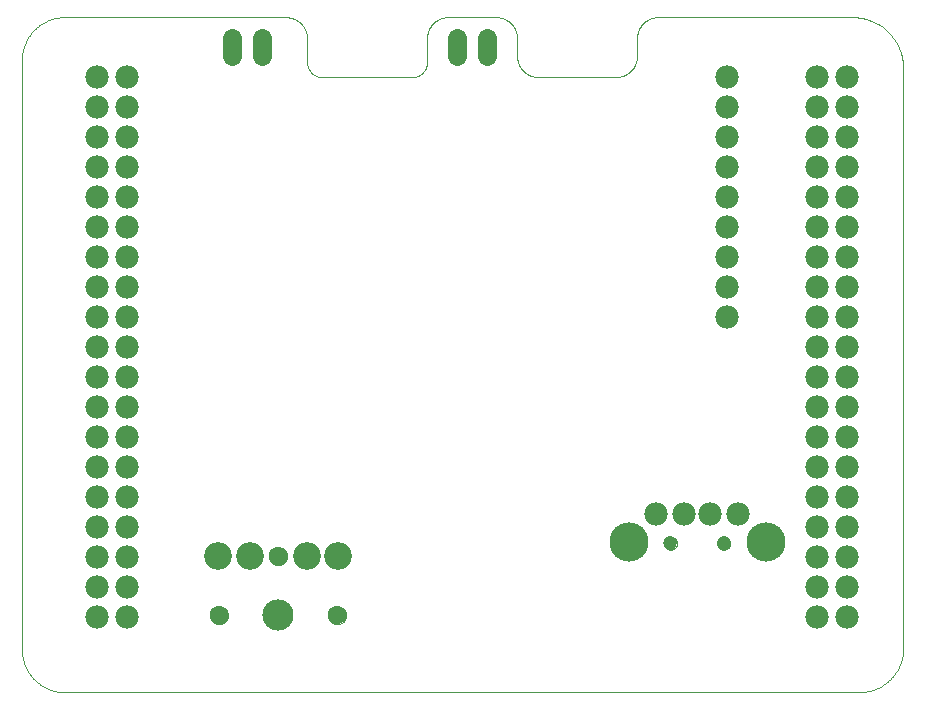
<source format=gbs>
G75*
%MOIN*%
%OFA0B0*%
%FSLAX25Y25*%
%IPPOS*%
%LPD*%
%AMOC8*
5,1,8,0,0,1.08239X$1,22.5*
%
%ADD10C,0.00000*%
%ADD11C,0.07800*%
%ADD12C,0.13061*%
%ADD13C,0.04731*%
%ADD14C,0.10400*%
%ADD15C,0.09258*%
%ADD16C,0.06306*%
%ADD17C,0.06337*%
D10*
X0015942Y0021479D02*
X0280916Y0021479D01*
X0280916Y0021478D02*
X0281268Y0021482D01*
X0281621Y0021495D01*
X0281972Y0021516D01*
X0282324Y0021546D01*
X0282674Y0021584D01*
X0283023Y0021631D01*
X0283371Y0021686D01*
X0283718Y0021750D01*
X0284063Y0021822D01*
X0284406Y0021902D01*
X0284748Y0021990D01*
X0285087Y0022087D01*
X0285423Y0022192D01*
X0285757Y0022305D01*
X0286088Y0022426D01*
X0286416Y0022555D01*
X0286741Y0022692D01*
X0287062Y0022836D01*
X0287380Y0022989D01*
X0287694Y0023149D01*
X0288004Y0023316D01*
X0288310Y0023491D01*
X0288612Y0023674D01*
X0288909Y0023863D01*
X0289201Y0024060D01*
X0289489Y0024263D01*
X0289771Y0024474D01*
X0290049Y0024691D01*
X0290321Y0024915D01*
X0290588Y0025146D01*
X0290849Y0025383D01*
X0291104Y0025626D01*
X0291353Y0025875D01*
X0291596Y0026130D01*
X0291833Y0026391D01*
X0292064Y0026658D01*
X0292288Y0026930D01*
X0292505Y0027208D01*
X0292716Y0027490D01*
X0292919Y0027778D01*
X0293116Y0028070D01*
X0293305Y0028367D01*
X0293488Y0028669D01*
X0293663Y0028975D01*
X0293830Y0029285D01*
X0293990Y0029599D01*
X0294143Y0029917D01*
X0294287Y0030238D01*
X0294424Y0030563D01*
X0294553Y0030891D01*
X0294674Y0031222D01*
X0294787Y0031556D01*
X0294892Y0031892D01*
X0294989Y0032231D01*
X0295077Y0032573D01*
X0295157Y0032916D01*
X0295229Y0033261D01*
X0295293Y0033608D01*
X0295348Y0033956D01*
X0295395Y0034305D01*
X0295433Y0034655D01*
X0295463Y0035007D01*
X0295484Y0035358D01*
X0295497Y0035711D01*
X0295501Y0036063D01*
X0295501Y0229508D01*
X0295496Y0229924D01*
X0295481Y0230339D01*
X0295455Y0230754D01*
X0295419Y0231168D01*
X0295374Y0231581D01*
X0295318Y0231993D01*
X0295252Y0232403D01*
X0295176Y0232812D01*
X0295090Y0233218D01*
X0294994Y0233623D01*
X0294888Y0234025D01*
X0294772Y0234424D01*
X0294647Y0234820D01*
X0294511Y0235213D01*
X0294367Y0235603D01*
X0294212Y0235989D01*
X0294049Y0236371D01*
X0293876Y0236748D01*
X0293693Y0237122D01*
X0293502Y0237491D01*
X0293302Y0237855D01*
X0293092Y0238214D01*
X0292874Y0238568D01*
X0292648Y0238916D01*
X0292413Y0239259D01*
X0292169Y0239596D01*
X0291918Y0239927D01*
X0291658Y0240251D01*
X0291391Y0240570D01*
X0291115Y0240881D01*
X0290833Y0241185D01*
X0290542Y0241483D01*
X0290245Y0241773D01*
X0289940Y0242056D01*
X0289629Y0242332D01*
X0289311Y0242599D01*
X0288987Y0242859D01*
X0288656Y0243111D01*
X0288319Y0243354D01*
X0287977Y0243590D01*
X0287628Y0243816D01*
X0287275Y0244035D01*
X0286916Y0244244D01*
X0286552Y0244444D01*
X0286183Y0244636D01*
X0285809Y0244818D01*
X0285431Y0244992D01*
X0285049Y0245155D01*
X0284664Y0245310D01*
X0284274Y0245455D01*
X0283881Y0245590D01*
X0283485Y0245716D01*
X0283086Y0245832D01*
X0282684Y0245938D01*
X0282280Y0246034D01*
X0281873Y0246120D01*
X0281465Y0246196D01*
X0281054Y0246263D01*
X0280642Y0246319D01*
X0280229Y0246365D01*
X0279815Y0246401D01*
X0279400Y0246426D01*
X0278985Y0246442D01*
X0278570Y0246447D01*
X0278569Y0246447D02*
X0213874Y0246476D01*
X0213704Y0246474D01*
X0213533Y0246468D01*
X0213362Y0246458D01*
X0213192Y0246443D01*
X0213022Y0246425D01*
X0212852Y0246402D01*
X0212684Y0246376D01*
X0212515Y0246345D01*
X0212348Y0246310D01*
X0212182Y0246271D01*
X0212016Y0246229D01*
X0211852Y0246182D01*
X0211688Y0246131D01*
X0211526Y0246076D01*
X0211366Y0246018D01*
X0211207Y0245955D01*
X0211049Y0245889D01*
X0210893Y0245819D01*
X0210739Y0245745D01*
X0210587Y0245667D01*
X0210436Y0245586D01*
X0210288Y0245501D01*
X0210142Y0245413D01*
X0209998Y0245321D01*
X0209856Y0245226D01*
X0209716Y0245127D01*
X0209579Y0245025D01*
X0209444Y0244920D01*
X0209312Y0244811D01*
X0209183Y0244699D01*
X0209056Y0244584D01*
X0208933Y0244466D01*
X0208812Y0244346D01*
X0208694Y0244222D01*
X0208579Y0244095D01*
X0208467Y0243966D01*
X0208358Y0243834D01*
X0208253Y0243699D01*
X0208151Y0243562D01*
X0208052Y0243423D01*
X0207957Y0243281D01*
X0207865Y0243137D01*
X0207776Y0242991D01*
X0207691Y0242842D01*
X0207610Y0242692D01*
X0207532Y0242540D01*
X0207459Y0242386D01*
X0207388Y0242230D01*
X0207322Y0242072D01*
X0207259Y0241913D01*
X0207201Y0241752D01*
X0207146Y0241591D01*
X0207095Y0241427D01*
X0207048Y0241263D01*
X0207005Y0241098D01*
X0206966Y0240931D01*
X0206932Y0240764D01*
X0206901Y0240596D01*
X0206874Y0240427D01*
X0206851Y0240257D01*
X0206833Y0240087D01*
X0206818Y0239917D01*
X0206808Y0239746D01*
X0206802Y0239576D01*
X0206800Y0239405D01*
X0206800Y0233550D01*
X0206798Y0233379D01*
X0206792Y0233208D01*
X0206781Y0233038D01*
X0206767Y0232868D01*
X0206748Y0232698D01*
X0206726Y0232528D01*
X0206699Y0232360D01*
X0206668Y0232191D01*
X0206633Y0232024D01*
X0206595Y0231858D01*
X0206552Y0231692D01*
X0206505Y0231528D01*
X0206454Y0231365D01*
X0206399Y0231203D01*
X0206340Y0231043D01*
X0206278Y0230884D01*
X0206212Y0230726D01*
X0206142Y0230570D01*
X0206068Y0230416D01*
X0205990Y0230264D01*
X0205909Y0230114D01*
X0205824Y0229965D01*
X0205736Y0229819D01*
X0205644Y0229675D01*
X0205548Y0229533D01*
X0205450Y0229394D01*
X0205347Y0229257D01*
X0205242Y0229122D01*
X0205133Y0228990D01*
X0205022Y0228861D01*
X0204907Y0228735D01*
X0204789Y0228611D01*
X0204668Y0228490D01*
X0204544Y0228372D01*
X0204418Y0228257D01*
X0204289Y0228146D01*
X0204157Y0228037D01*
X0204022Y0227932D01*
X0203885Y0227829D01*
X0203746Y0227731D01*
X0203604Y0227635D01*
X0203460Y0227543D01*
X0203314Y0227455D01*
X0203165Y0227370D01*
X0203015Y0227289D01*
X0202863Y0227211D01*
X0202709Y0227137D01*
X0202553Y0227067D01*
X0202395Y0227001D01*
X0202236Y0226939D01*
X0202076Y0226880D01*
X0201914Y0226825D01*
X0201751Y0226774D01*
X0201587Y0226727D01*
X0201421Y0226684D01*
X0201255Y0226646D01*
X0201088Y0226611D01*
X0200919Y0226580D01*
X0200751Y0226553D01*
X0200581Y0226531D01*
X0200411Y0226512D01*
X0200241Y0226498D01*
X0200071Y0226487D01*
X0199900Y0226481D01*
X0199729Y0226479D01*
X0173871Y0226479D01*
X0173700Y0226481D01*
X0173529Y0226487D01*
X0173359Y0226498D01*
X0173189Y0226512D01*
X0173019Y0226531D01*
X0172849Y0226553D01*
X0172681Y0226580D01*
X0172512Y0226611D01*
X0172345Y0226646D01*
X0172179Y0226684D01*
X0172013Y0226727D01*
X0171849Y0226774D01*
X0171686Y0226825D01*
X0171524Y0226880D01*
X0171364Y0226939D01*
X0171205Y0227001D01*
X0171047Y0227067D01*
X0170891Y0227137D01*
X0170737Y0227211D01*
X0170585Y0227289D01*
X0170435Y0227370D01*
X0170286Y0227455D01*
X0170140Y0227543D01*
X0169996Y0227635D01*
X0169854Y0227731D01*
X0169715Y0227829D01*
X0169578Y0227932D01*
X0169443Y0228037D01*
X0169311Y0228146D01*
X0169182Y0228257D01*
X0169056Y0228372D01*
X0168932Y0228490D01*
X0168811Y0228611D01*
X0168693Y0228735D01*
X0168578Y0228861D01*
X0168467Y0228990D01*
X0168358Y0229122D01*
X0168253Y0229257D01*
X0168150Y0229394D01*
X0168052Y0229533D01*
X0167956Y0229675D01*
X0167864Y0229819D01*
X0167776Y0229965D01*
X0167691Y0230114D01*
X0167610Y0230264D01*
X0167532Y0230416D01*
X0167458Y0230570D01*
X0167388Y0230726D01*
X0167322Y0230884D01*
X0167260Y0231043D01*
X0167201Y0231203D01*
X0167146Y0231365D01*
X0167095Y0231528D01*
X0167048Y0231692D01*
X0167005Y0231858D01*
X0166967Y0232024D01*
X0166932Y0232191D01*
X0166901Y0232360D01*
X0166874Y0232528D01*
X0166852Y0232698D01*
X0166833Y0232868D01*
X0166819Y0233038D01*
X0166808Y0233208D01*
X0166802Y0233379D01*
X0166800Y0233550D01*
X0166800Y0239408D01*
X0166798Y0239579D01*
X0166792Y0239750D01*
X0166781Y0239920D01*
X0166767Y0240090D01*
X0166748Y0240260D01*
X0166726Y0240430D01*
X0166699Y0240598D01*
X0166668Y0240767D01*
X0166633Y0240934D01*
X0166595Y0241100D01*
X0166552Y0241266D01*
X0166505Y0241430D01*
X0166454Y0241593D01*
X0166399Y0241755D01*
X0166340Y0241915D01*
X0166278Y0242074D01*
X0166212Y0242232D01*
X0166142Y0242388D01*
X0166068Y0242542D01*
X0165990Y0242694D01*
X0165909Y0242844D01*
X0165824Y0242993D01*
X0165736Y0243139D01*
X0165644Y0243283D01*
X0165548Y0243425D01*
X0165450Y0243564D01*
X0165347Y0243701D01*
X0165242Y0243836D01*
X0165133Y0243968D01*
X0165022Y0244097D01*
X0164907Y0244223D01*
X0164789Y0244347D01*
X0164668Y0244468D01*
X0164544Y0244586D01*
X0164418Y0244701D01*
X0164289Y0244812D01*
X0164157Y0244921D01*
X0164022Y0245026D01*
X0163885Y0245129D01*
X0163746Y0245227D01*
X0163604Y0245323D01*
X0163460Y0245415D01*
X0163314Y0245503D01*
X0163165Y0245588D01*
X0163015Y0245669D01*
X0162863Y0245747D01*
X0162709Y0245821D01*
X0162553Y0245891D01*
X0162395Y0245957D01*
X0162236Y0246019D01*
X0162076Y0246078D01*
X0161914Y0246133D01*
X0161751Y0246184D01*
X0161587Y0246231D01*
X0161421Y0246274D01*
X0161255Y0246312D01*
X0161088Y0246347D01*
X0160919Y0246378D01*
X0160751Y0246405D01*
X0160581Y0246427D01*
X0160411Y0246446D01*
X0160241Y0246460D01*
X0160071Y0246471D01*
X0159900Y0246477D01*
X0159729Y0246479D01*
X0143871Y0246479D01*
X0143700Y0246477D01*
X0143529Y0246471D01*
X0143359Y0246460D01*
X0143189Y0246446D01*
X0143019Y0246427D01*
X0142849Y0246405D01*
X0142681Y0246378D01*
X0142512Y0246347D01*
X0142345Y0246312D01*
X0142179Y0246274D01*
X0142013Y0246231D01*
X0141849Y0246184D01*
X0141686Y0246133D01*
X0141524Y0246078D01*
X0141364Y0246019D01*
X0141205Y0245957D01*
X0141047Y0245891D01*
X0140891Y0245821D01*
X0140737Y0245747D01*
X0140585Y0245669D01*
X0140435Y0245588D01*
X0140286Y0245503D01*
X0140140Y0245415D01*
X0139996Y0245323D01*
X0139854Y0245227D01*
X0139715Y0245129D01*
X0139578Y0245026D01*
X0139443Y0244921D01*
X0139311Y0244812D01*
X0139182Y0244701D01*
X0139056Y0244586D01*
X0138932Y0244468D01*
X0138811Y0244347D01*
X0138693Y0244223D01*
X0138578Y0244097D01*
X0138467Y0243968D01*
X0138358Y0243836D01*
X0138253Y0243701D01*
X0138150Y0243564D01*
X0138052Y0243425D01*
X0137956Y0243283D01*
X0137864Y0243139D01*
X0137776Y0242993D01*
X0137691Y0242844D01*
X0137610Y0242694D01*
X0137532Y0242542D01*
X0137458Y0242388D01*
X0137388Y0242232D01*
X0137322Y0242074D01*
X0137260Y0241915D01*
X0137201Y0241755D01*
X0137146Y0241593D01*
X0137095Y0241430D01*
X0137048Y0241266D01*
X0137005Y0241100D01*
X0136967Y0240934D01*
X0136932Y0240767D01*
X0136901Y0240598D01*
X0136874Y0240430D01*
X0136852Y0240260D01*
X0136833Y0240090D01*
X0136819Y0239920D01*
X0136808Y0239750D01*
X0136802Y0239579D01*
X0136800Y0239408D01*
X0136800Y0231479D01*
X0136798Y0231339D01*
X0136792Y0231199D01*
X0136782Y0231059D01*
X0136769Y0230919D01*
X0136751Y0230780D01*
X0136729Y0230641D01*
X0136704Y0230504D01*
X0136675Y0230366D01*
X0136642Y0230230D01*
X0136605Y0230095D01*
X0136564Y0229961D01*
X0136519Y0229828D01*
X0136471Y0229696D01*
X0136419Y0229566D01*
X0136364Y0229437D01*
X0136305Y0229310D01*
X0136242Y0229184D01*
X0136176Y0229060D01*
X0136107Y0228939D01*
X0136034Y0228819D01*
X0135957Y0228701D01*
X0135878Y0228586D01*
X0135795Y0228472D01*
X0135709Y0228362D01*
X0135620Y0228253D01*
X0135528Y0228147D01*
X0135433Y0228044D01*
X0135336Y0227943D01*
X0135235Y0227846D01*
X0135132Y0227751D01*
X0135026Y0227659D01*
X0134917Y0227570D01*
X0134807Y0227484D01*
X0134693Y0227401D01*
X0134578Y0227322D01*
X0134460Y0227245D01*
X0134340Y0227172D01*
X0134219Y0227103D01*
X0134095Y0227037D01*
X0133969Y0226974D01*
X0133842Y0226915D01*
X0133713Y0226860D01*
X0133583Y0226808D01*
X0133451Y0226760D01*
X0133318Y0226715D01*
X0133184Y0226674D01*
X0133049Y0226637D01*
X0132913Y0226604D01*
X0132775Y0226575D01*
X0132638Y0226550D01*
X0132499Y0226528D01*
X0132360Y0226510D01*
X0132220Y0226497D01*
X0132080Y0226487D01*
X0131940Y0226481D01*
X0131800Y0226479D01*
X0101800Y0226479D01*
X0101660Y0226481D01*
X0101520Y0226487D01*
X0101380Y0226497D01*
X0101240Y0226510D01*
X0101101Y0226528D01*
X0100962Y0226550D01*
X0100825Y0226575D01*
X0100687Y0226604D01*
X0100551Y0226637D01*
X0100416Y0226674D01*
X0100282Y0226715D01*
X0100149Y0226760D01*
X0100017Y0226808D01*
X0099887Y0226860D01*
X0099758Y0226915D01*
X0099631Y0226974D01*
X0099505Y0227037D01*
X0099381Y0227103D01*
X0099260Y0227172D01*
X0099140Y0227245D01*
X0099022Y0227322D01*
X0098907Y0227401D01*
X0098793Y0227484D01*
X0098683Y0227570D01*
X0098574Y0227659D01*
X0098468Y0227751D01*
X0098365Y0227846D01*
X0098264Y0227943D01*
X0098167Y0228044D01*
X0098072Y0228147D01*
X0097980Y0228253D01*
X0097891Y0228362D01*
X0097805Y0228472D01*
X0097722Y0228586D01*
X0097643Y0228701D01*
X0097566Y0228819D01*
X0097493Y0228939D01*
X0097424Y0229060D01*
X0097358Y0229184D01*
X0097295Y0229310D01*
X0097236Y0229437D01*
X0097181Y0229566D01*
X0097129Y0229696D01*
X0097081Y0229828D01*
X0097036Y0229961D01*
X0096995Y0230095D01*
X0096958Y0230230D01*
X0096925Y0230366D01*
X0096896Y0230504D01*
X0096871Y0230641D01*
X0096849Y0230780D01*
X0096831Y0230919D01*
X0096818Y0231059D01*
X0096808Y0231199D01*
X0096802Y0231339D01*
X0096800Y0231479D01*
X0096800Y0239396D01*
X0096798Y0239566D01*
X0096792Y0239736D01*
X0096781Y0239906D01*
X0096767Y0240076D01*
X0096749Y0240245D01*
X0096726Y0240414D01*
X0096699Y0240582D01*
X0096669Y0240749D01*
X0096634Y0240916D01*
X0096595Y0241082D01*
X0096553Y0241246D01*
X0096506Y0241410D01*
X0096455Y0241572D01*
X0096401Y0241734D01*
X0096342Y0241893D01*
X0096280Y0242052D01*
X0096214Y0242209D01*
X0096144Y0242364D01*
X0096071Y0242517D01*
X0095993Y0242669D01*
X0095912Y0242819D01*
X0095828Y0242967D01*
X0095740Y0243112D01*
X0095648Y0243256D01*
X0095553Y0243397D01*
X0095455Y0243536D01*
X0095353Y0243672D01*
X0095248Y0243806D01*
X0095140Y0243938D01*
X0095029Y0244066D01*
X0094914Y0244192D01*
X0094797Y0244316D01*
X0094677Y0244436D01*
X0094553Y0244553D01*
X0094427Y0244668D01*
X0094299Y0244779D01*
X0094167Y0244887D01*
X0094033Y0244992D01*
X0093897Y0245094D01*
X0093758Y0245192D01*
X0093617Y0245287D01*
X0093473Y0245379D01*
X0093328Y0245467D01*
X0093180Y0245551D01*
X0093030Y0245632D01*
X0092878Y0245710D01*
X0092725Y0245783D01*
X0092570Y0245853D01*
X0092413Y0245919D01*
X0092254Y0245981D01*
X0092095Y0246040D01*
X0091933Y0246094D01*
X0091771Y0246145D01*
X0091607Y0246192D01*
X0091443Y0246234D01*
X0091277Y0246273D01*
X0091110Y0246308D01*
X0090943Y0246338D01*
X0090775Y0246365D01*
X0090606Y0246388D01*
X0090437Y0246406D01*
X0090267Y0246420D01*
X0090097Y0246431D01*
X0089927Y0246437D01*
X0089757Y0246439D01*
X0015914Y0246439D01*
X0015573Y0246435D01*
X0015232Y0246423D01*
X0014892Y0246402D01*
X0014552Y0246373D01*
X0014213Y0246336D01*
X0013875Y0246291D01*
X0013538Y0246238D01*
X0013202Y0246176D01*
X0012868Y0246106D01*
X0012536Y0246029D01*
X0012206Y0245943D01*
X0011878Y0245850D01*
X0011553Y0245748D01*
X0011229Y0245639D01*
X0010909Y0245522D01*
X0010592Y0245397D01*
X0010277Y0245265D01*
X0009966Y0245125D01*
X0009659Y0244977D01*
X0009355Y0244822D01*
X0009055Y0244660D01*
X0008759Y0244491D01*
X0008467Y0244314D01*
X0008179Y0244131D01*
X0007896Y0243941D01*
X0007618Y0243743D01*
X0007345Y0243540D01*
X0007076Y0243329D01*
X0006813Y0243113D01*
X0006555Y0242889D01*
X0006302Y0242660D01*
X0006055Y0242425D01*
X0005814Y0242184D01*
X0005579Y0241937D01*
X0005350Y0241684D01*
X0005126Y0241426D01*
X0004910Y0241163D01*
X0004699Y0240894D01*
X0004496Y0240621D01*
X0004298Y0240343D01*
X0004108Y0240060D01*
X0003925Y0239772D01*
X0003748Y0239480D01*
X0003579Y0239184D01*
X0003417Y0238884D01*
X0003262Y0238580D01*
X0003114Y0238273D01*
X0002974Y0237962D01*
X0002842Y0237647D01*
X0002717Y0237330D01*
X0002600Y0237010D01*
X0002491Y0236686D01*
X0002389Y0236361D01*
X0002296Y0236033D01*
X0002210Y0235703D01*
X0002133Y0235371D01*
X0002063Y0235037D01*
X0002001Y0234701D01*
X0001948Y0234364D01*
X0001903Y0234026D01*
X0001866Y0233687D01*
X0001837Y0233347D01*
X0001816Y0233007D01*
X0001804Y0232666D01*
X0001800Y0232325D01*
X0001800Y0035621D01*
X0001804Y0035279D01*
X0001817Y0034938D01*
X0001837Y0034597D01*
X0001866Y0034256D01*
X0001903Y0033916D01*
X0001948Y0033578D01*
X0002002Y0033240D01*
X0002063Y0032904D01*
X0002133Y0032569D01*
X0002211Y0032237D01*
X0002297Y0031906D01*
X0002390Y0031577D01*
X0002492Y0031251D01*
X0002602Y0030927D01*
X0002719Y0030606D01*
X0002844Y0030288D01*
X0002977Y0029973D01*
X0003117Y0029662D01*
X0003265Y0029353D01*
X0003420Y0029049D01*
X0003582Y0028748D01*
X0003752Y0028452D01*
X0003929Y0028159D01*
X0004113Y0027871D01*
X0004303Y0027587D01*
X0004501Y0027309D01*
X0004705Y0027035D01*
X0004916Y0026765D01*
X0005133Y0026502D01*
X0005357Y0026243D01*
X0005586Y0025990D01*
X0005822Y0025743D01*
X0006064Y0025501D01*
X0006311Y0025265D01*
X0006564Y0025036D01*
X0006823Y0024812D01*
X0007086Y0024595D01*
X0007356Y0024384D01*
X0007630Y0024180D01*
X0007908Y0023982D01*
X0008192Y0023792D01*
X0008480Y0023608D01*
X0008773Y0023431D01*
X0009069Y0023261D01*
X0009370Y0023099D01*
X0009674Y0022944D01*
X0009983Y0022796D01*
X0010294Y0022656D01*
X0010609Y0022523D01*
X0010927Y0022398D01*
X0011248Y0022281D01*
X0011572Y0022171D01*
X0011898Y0022069D01*
X0012227Y0021976D01*
X0012558Y0021890D01*
X0012890Y0021812D01*
X0013225Y0021742D01*
X0013561Y0021681D01*
X0013899Y0021627D01*
X0014237Y0021582D01*
X0014577Y0021545D01*
X0014918Y0021516D01*
X0015259Y0021496D01*
X0015600Y0021483D01*
X0015942Y0021479D01*
X0064556Y0047109D02*
X0064558Y0047217D01*
X0064564Y0047326D01*
X0064574Y0047434D01*
X0064588Y0047541D01*
X0064606Y0047648D01*
X0064627Y0047755D01*
X0064653Y0047860D01*
X0064683Y0047965D01*
X0064716Y0048068D01*
X0064753Y0048170D01*
X0064794Y0048270D01*
X0064838Y0048369D01*
X0064887Y0048467D01*
X0064938Y0048562D01*
X0064993Y0048655D01*
X0065052Y0048747D01*
X0065114Y0048836D01*
X0065179Y0048923D01*
X0065247Y0049007D01*
X0065318Y0049089D01*
X0065392Y0049168D01*
X0065469Y0049244D01*
X0065549Y0049318D01*
X0065632Y0049388D01*
X0065717Y0049456D01*
X0065804Y0049520D01*
X0065894Y0049581D01*
X0065986Y0049639D01*
X0066080Y0049693D01*
X0066176Y0049744D01*
X0066273Y0049791D01*
X0066373Y0049835D01*
X0066474Y0049875D01*
X0066576Y0049911D01*
X0066679Y0049943D01*
X0066784Y0049972D01*
X0066890Y0049996D01*
X0066996Y0050017D01*
X0067103Y0050034D01*
X0067211Y0050047D01*
X0067319Y0050056D01*
X0067428Y0050061D01*
X0067536Y0050062D01*
X0067645Y0050059D01*
X0067753Y0050052D01*
X0067861Y0050041D01*
X0067968Y0050026D01*
X0068075Y0050007D01*
X0068181Y0049984D01*
X0068286Y0049958D01*
X0068391Y0049927D01*
X0068493Y0049893D01*
X0068595Y0049855D01*
X0068695Y0049813D01*
X0068794Y0049768D01*
X0068891Y0049719D01*
X0068985Y0049666D01*
X0069078Y0049610D01*
X0069169Y0049551D01*
X0069258Y0049488D01*
X0069344Y0049423D01*
X0069428Y0049354D01*
X0069509Y0049282D01*
X0069587Y0049207D01*
X0069663Y0049129D01*
X0069736Y0049048D01*
X0069806Y0048965D01*
X0069872Y0048880D01*
X0069936Y0048792D01*
X0069996Y0048701D01*
X0070053Y0048609D01*
X0070106Y0048514D01*
X0070156Y0048418D01*
X0070202Y0048320D01*
X0070245Y0048220D01*
X0070284Y0048119D01*
X0070319Y0048016D01*
X0070351Y0047913D01*
X0070378Y0047808D01*
X0070402Y0047702D01*
X0070422Y0047595D01*
X0070438Y0047488D01*
X0070450Y0047380D01*
X0070458Y0047272D01*
X0070462Y0047163D01*
X0070462Y0047055D01*
X0070458Y0046946D01*
X0070450Y0046838D01*
X0070438Y0046730D01*
X0070422Y0046623D01*
X0070402Y0046516D01*
X0070378Y0046410D01*
X0070351Y0046305D01*
X0070319Y0046202D01*
X0070284Y0046099D01*
X0070245Y0045998D01*
X0070202Y0045898D01*
X0070156Y0045800D01*
X0070106Y0045704D01*
X0070053Y0045609D01*
X0069996Y0045517D01*
X0069936Y0045426D01*
X0069872Y0045338D01*
X0069806Y0045253D01*
X0069736Y0045170D01*
X0069663Y0045089D01*
X0069587Y0045011D01*
X0069509Y0044936D01*
X0069428Y0044864D01*
X0069344Y0044795D01*
X0069258Y0044730D01*
X0069169Y0044667D01*
X0069078Y0044608D01*
X0068986Y0044552D01*
X0068891Y0044499D01*
X0068794Y0044450D01*
X0068695Y0044405D01*
X0068595Y0044363D01*
X0068493Y0044325D01*
X0068391Y0044291D01*
X0068286Y0044260D01*
X0068181Y0044234D01*
X0068075Y0044211D01*
X0067968Y0044192D01*
X0067861Y0044177D01*
X0067753Y0044166D01*
X0067645Y0044159D01*
X0067536Y0044156D01*
X0067428Y0044157D01*
X0067319Y0044162D01*
X0067211Y0044171D01*
X0067103Y0044184D01*
X0066996Y0044201D01*
X0066890Y0044222D01*
X0066784Y0044246D01*
X0066679Y0044275D01*
X0066576Y0044307D01*
X0066474Y0044343D01*
X0066373Y0044383D01*
X0066273Y0044427D01*
X0066176Y0044474D01*
X0066080Y0044525D01*
X0065986Y0044579D01*
X0065894Y0044637D01*
X0065804Y0044698D01*
X0065717Y0044762D01*
X0065632Y0044830D01*
X0065549Y0044900D01*
X0065469Y0044974D01*
X0065392Y0045050D01*
X0065318Y0045129D01*
X0065247Y0045211D01*
X0065179Y0045295D01*
X0065114Y0045382D01*
X0065052Y0045471D01*
X0064993Y0045563D01*
X0064938Y0045656D01*
X0064887Y0045751D01*
X0064838Y0045849D01*
X0064794Y0045948D01*
X0064753Y0046048D01*
X0064716Y0046150D01*
X0064683Y0046253D01*
X0064653Y0046358D01*
X0064627Y0046463D01*
X0064606Y0046570D01*
X0064588Y0046677D01*
X0064574Y0046784D01*
X0064564Y0046892D01*
X0064558Y0047001D01*
X0064556Y0047109D01*
X0084241Y0066794D02*
X0084243Y0066902D01*
X0084249Y0067011D01*
X0084259Y0067119D01*
X0084273Y0067226D01*
X0084291Y0067333D01*
X0084312Y0067440D01*
X0084338Y0067545D01*
X0084368Y0067650D01*
X0084401Y0067753D01*
X0084438Y0067855D01*
X0084479Y0067955D01*
X0084523Y0068054D01*
X0084572Y0068152D01*
X0084623Y0068247D01*
X0084678Y0068340D01*
X0084737Y0068432D01*
X0084799Y0068521D01*
X0084864Y0068608D01*
X0084932Y0068692D01*
X0085003Y0068774D01*
X0085077Y0068853D01*
X0085154Y0068929D01*
X0085234Y0069003D01*
X0085317Y0069073D01*
X0085402Y0069141D01*
X0085489Y0069205D01*
X0085579Y0069266D01*
X0085671Y0069324D01*
X0085765Y0069378D01*
X0085861Y0069429D01*
X0085958Y0069476D01*
X0086058Y0069520D01*
X0086159Y0069560D01*
X0086261Y0069596D01*
X0086364Y0069628D01*
X0086469Y0069657D01*
X0086575Y0069681D01*
X0086681Y0069702D01*
X0086788Y0069719D01*
X0086896Y0069732D01*
X0087004Y0069741D01*
X0087113Y0069746D01*
X0087221Y0069747D01*
X0087330Y0069744D01*
X0087438Y0069737D01*
X0087546Y0069726D01*
X0087653Y0069711D01*
X0087760Y0069692D01*
X0087866Y0069669D01*
X0087971Y0069643D01*
X0088076Y0069612D01*
X0088178Y0069578D01*
X0088280Y0069540D01*
X0088380Y0069498D01*
X0088479Y0069453D01*
X0088576Y0069404D01*
X0088670Y0069351D01*
X0088763Y0069295D01*
X0088854Y0069236D01*
X0088943Y0069173D01*
X0089029Y0069108D01*
X0089113Y0069039D01*
X0089194Y0068967D01*
X0089272Y0068892D01*
X0089348Y0068814D01*
X0089421Y0068733D01*
X0089491Y0068650D01*
X0089557Y0068565D01*
X0089621Y0068477D01*
X0089681Y0068386D01*
X0089738Y0068294D01*
X0089791Y0068199D01*
X0089841Y0068103D01*
X0089887Y0068005D01*
X0089930Y0067905D01*
X0089969Y0067804D01*
X0090004Y0067701D01*
X0090036Y0067598D01*
X0090063Y0067493D01*
X0090087Y0067387D01*
X0090107Y0067280D01*
X0090123Y0067173D01*
X0090135Y0067065D01*
X0090143Y0066957D01*
X0090147Y0066848D01*
X0090147Y0066740D01*
X0090143Y0066631D01*
X0090135Y0066523D01*
X0090123Y0066415D01*
X0090107Y0066308D01*
X0090087Y0066201D01*
X0090063Y0066095D01*
X0090036Y0065990D01*
X0090004Y0065887D01*
X0089969Y0065784D01*
X0089930Y0065683D01*
X0089887Y0065583D01*
X0089841Y0065485D01*
X0089791Y0065389D01*
X0089738Y0065294D01*
X0089681Y0065202D01*
X0089621Y0065111D01*
X0089557Y0065023D01*
X0089491Y0064938D01*
X0089421Y0064855D01*
X0089348Y0064774D01*
X0089272Y0064696D01*
X0089194Y0064621D01*
X0089113Y0064549D01*
X0089029Y0064480D01*
X0088943Y0064415D01*
X0088854Y0064352D01*
X0088763Y0064293D01*
X0088671Y0064237D01*
X0088576Y0064184D01*
X0088479Y0064135D01*
X0088380Y0064090D01*
X0088280Y0064048D01*
X0088178Y0064010D01*
X0088076Y0063976D01*
X0087971Y0063945D01*
X0087866Y0063919D01*
X0087760Y0063896D01*
X0087653Y0063877D01*
X0087546Y0063862D01*
X0087438Y0063851D01*
X0087330Y0063844D01*
X0087221Y0063841D01*
X0087113Y0063842D01*
X0087004Y0063847D01*
X0086896Y0063856D01*
X0086788Y0063869D01*
X0086681Y0063886D01*
X0086575Y0063907D01*
X0086469Y0063931D01*
X0086364Y0063960D01*
X0086261Y0063992D01*
X0086159Y0064028D01*
X0086058Y0064068D01*
X0085958Y0064112D01*
X0085861Y0064159D01*
X0085765Y0064210D01*
X0085671Y0064264D01*
X0085579Y0064322D01*
X0085489Y0064383D01*
X0085402Y0064447D01*
X0085317Y0064515D01*
X0085234Y0064585D01*
X0085154Y0064659D01*
X0085077Y0064735D01*
X0085003Y0064814D01*
X0084932Y0064896D01*
X0084864Y0064980D01*
X0084799Y0065067D01*
X0084737Y0065156D01*
X0084678Y0065248D01*
X0084623Y0065341D01*
X0084572Y0065436D01*
X0084523Y0065534D01*
X0084479Y0065633D01*
X0084438Y0065733D01*
X0084401Y0065835D01*
X0084368Y0065938D01*
X0084338Y0066043D01*
X0084312Y0066148D01*
X0084291Y0066255D01*
X0084273Y0066362D01*
X0084259Y0066469D01*
X0084249Y0066577D01*
X0084243Y0066686D01*
X0084241Y0066794D01*
X0103926Y0047109D02*
X0103928Y0047217D01*
X0103934Y0047326D01*
X0103944Y0047434D01*
X0103958Y0047541D01*
X0103976Y0047648D01*
X0103997Y0047755D01*
X0104023Y0047860D01*
X0104053Y0047965D01*
X0104086Y0048068D01*
X0104123Y0048170D01*
X0104164Y0048270D01*
X0104208Y0048369D01*
X0104257Y0048467D01*
X0104308Y0048562D01*
X0104363Y0048655D01*
X0104422Y0048747D01*
X0104484Y0048836D01*
X0104549Y0048923D01*
X0104617Y0049007D01*
X0104688Y0049089D01*
X0104762Y0049168D01*
X0104839Y0049244D01*
X0104919Y0049318D01*
X0105002Y0049388D01*
X0105087Y0049456D01*
X0105174Y0049520D01*
X0105264Y0049581D01*
X0105356Y0049639D01*
X0105450Y0049693D01*
X0105546Y0049744D01*
X0105643Y0049791D01*
X0105743Y0049835D01*
X0105844Y0049875D01*
X0105946Y0049911D01*
X0106049Y0049943D01*
X0106154Y0049972D01*
X0106260Y0049996D01*
X0106366Y0050017D01*
X0106473Y0050034D01*
X0106581Y0050047D01*
X0106689Y0050056D01*
X0106798Y0050061D01*
X0106906Y0050062D01*
X0107015Y0050059D01*
X0107123Y0050052D01*
X0107231Y0050041D01*
X0107338Y0050026D01*
X0107445Y0050007D01*
X0107551Y0049984D01*
X0107656Y0049958D01*
X0107761Y0049927D01*
X0107863Y0049893D01*
X0107965Y0049855D01*
X0108065Y0049813D01*
X0108164Y0049768D01*
X0108261Y0049719D01*
X0108355Y0049666D01*
X0108448Y0049610D01*
X0108539Y0049551D01*
X0108628Y0049488D01*
X0108714Y0049423D01*
X0108798Y0049354D01*
X0108879Y0049282D01*
X0108957Y0049207D01*
X0109033Y0049129D01*
X0109106Y0049048D01*
X0109176Y0048965D01*
X0109242Y0048880D01*
X0109306Y0048792D01*
X0109366Y0048701D01*
X0109423Y0048609D01*
X0109476Y0048514D01*
X0109526Y0048418D01*
X0109572Y0048320D01*
X0109615Y0048220D01*
X0109654Y0048119D01*
X0109689Y0048016D01*
X0109721Y0047913D01*
X0109748Y0047808D01*
X0109772Y0047702D01*
X0109792Y0047595D01*
X0109808Y0047488D01*
X0109820Y0047380D01*
X0109828Y0047272D01*
X0109832Y0047163D01*
X0109832Y0047055D01*
X0109828Y0046946D01*
X0109820Y0046838D01*
X0109808Y0046730D01*
X0109792Y0046623D01*
X0109772Y0046516D01*
X0109748Y0046410D01*
X0109721Y0046305D01*
X0109689Y0046202D01*
X0109654Y0046099D01*
X0109615Y0045998D01*
X0109572Y0045898D01*
X0109526Y0045800D01*
X0109476Y0045704D01*
X0109423Y0045609D01*
X0109366Y0045517D01*
X0109306Y0045426D01*
X0109242Y0045338D01*
X0109176Y0045253D01*
X0109106Y0045170D01*
X0109033Y0045089D01*
X0108957Y0045011D01*
X0108879Y0044936D01*
X0108798Y0044864D01*
X0108714Y0044795D01*
X0108628Y0044730D01*
X0108539Y0044667D01*
X0108448Y0044608D01*
X0108356Y0044552D01*
X0108261Y0044499D01*
X0108164Y0044450D01*
X0108065Y0044405D01*
X0107965Y0044363D01*
X0107863Y0044325D01*
X0107761Y0044291D01*
X0107656Y0044260D01*
X0107551Y0044234D01*
X0107445Y0044211D01*
X0107338Y0044192D01*
X0107231Y0044177D01*
X0107123Y0044166D01*
X0107015Y0044159D01*
X0106906Y0044156D01*
X0106798Y0044157D01*
X0106689Y0044162D01*
X0106581Y0044171D01*
X0106473Y0044184D01*
X0106366Y0044201D01*
X0106260Y0044222D01*
X0106154Y0044246D01*
X0106049Y0044275D01*
X0105946Y0044307D01*
X0105844Y0044343D01*
X0105743Y0044383D01*
X0105643Y0044427D01*
X0105546Y0044474D01*
X0105450Y0044525D01*
X0105356Y0044579D01*
X0105264Y0044637D01*
X0105174Y0044698D01*
X0105087Y0044762D01*
X0105002Y0044830D01*
X0104919Y0044900D01*
X0104839Y0044974D01*
X0104762Y0045050D01*
X0104688Y0045129D01*
X0104617Y0045211D01*
X0104549Y0045295D01*
X0104484Y0045382D01*
X0104422Y0045471D01*
X0104363Y0045563D01*
X0104308Y0045656D01*
X0104257Y0045751D01*
X0104208Y0045849D01*
X0104164Y0045948D01*
X0104123Y0046048D01*
X0104086Y0046150D01*
X0104053Y0046253D01*
X0104023Y0046358D01*
X0103997Y0046463D01*
X0103976Y0046570D01*
X0103958Y0046677D01*
X0103944Y0046784D01*
X0103934Y0046892D01*
X0103928Y0047001D01*
X0103926Y0047109D01*
X0215777Y0071085D02*
X0215779Y0071178D01*
X0215785Y0071270D01*
X0215795Y0071362D01*
X0215809Y0071453D01*
X0215826Y0071544D01*
X0215848Y0071634D01*
X0215873Y0071723D01*
X0215902Y0071811D01*
X0215935Y0071897D01*
X0215972Y0071982D01*
X0216012Y0072066D01*
X0216056Y0072147D01*
X0216103Y0072227D01*
X0216153Y0072305D01*
X0216207Y0072380D01*
X0216264Y0072453D01*
X0216324Y0072523D01*
X0216387Y0072591D01*
X0216453Y0072656D01*
X0216521Y0072718D01*
X0216592Y0072778D01*
X0216666Y0072834D01*
X0216742Y0072887D01*
X0216820Y0072936D01*
X0216900Y0072983D01*
X0216982Y0073025D01*
X0217066Y0073065D01*
X0217151Y0073100D01*
X0217238Y0073132D01*
X0217326Y0073161D01*
X0217415Y0073185D01*
X0217505Y0073206D01*
X0217596Y0073222D01*
X0217688Y0073235D01*
X0217780Y0073244D01*
X0217873Y0073249D01*
X0217965Y0073250D01*
X0218058Y0073247D01*
X0218150Y0073240D01*
X0218242Y0073229D01*
X0218333Y0073214D01*
X0218424Y0073196D01*
X0218514Y0073173D01*
X0218602Y0073147D01*
X0218690Y0073117D01*
X0218776Y0073083D01*
X0218860Y0073046D01*
X0218943Y0073004D01*
X0219024Y0072960D01*
X0219104Y0072912D01*
X0219181Y0072861D01*
X0219255Y0072806D01*
X0219328Y0072748D01*
X0219398Y0072688D01*
X0219465Y0072624D01*
X0219529Y0072558D01*
X0219591Y0072488D01*
X0219649Y0072417D01*
X0219704Y0072343D01*
X0219756Y0072266D01*
X0219805Y0072187D01*
X0219851Y0072107D01*
X0219893Y0072024D01*
X0219931Y0071940D01*
X0219966Y0071854D01*
X0219997Y0071767D01*
X0220024Y0071679D01*
X0220047Y0071589D01*
X0220067Y0071499D01*
X0220083Y0071408D01*
X0220095Y0071316D01*
X0220103Y0071224D01*
X0220107Y0071131D01*
X0220107Y0071039D01*
X0220103Y0070946D01*
X0220095Y0070854D01*
X0220083Y0070762D01*
X0220067Y0070671D01*
X0220047Y0070581D01*
X0220024Y0070491D01*
X0219997Y0070403D01*
X0219966Y0070316D01*
X0219931Y0070230D01*
X0219893Y0070146D01*
X0219851Y0070063D01*
X0219805Y0069983D01*
X0219756Y0069904D01*
X0219704Y0069827D01*
X0219649Y0069753D01*
X0219591Y0069682D01*
X0219529Y0069612D01*
X0219465Y0069546D01*
X0219398Y0069482D01*
X0219328Y0069422D01*
X0219255Y0069364D01*
X0219181Y0069309D01*
X0219104Y0069258D01*
X0219025Y0069210D01*
X0218943Y0069166D01*
X0218860Y0069124D01*
X0218776Y0069087D01*
X0218690Y0069053D01*
X0218602Y0069023D01*
X0218514Y0068997D01*
X0218424Y0068974D01*
X0218333Y0068956D01*
X0218242Y0068941D01*
X0218150Y0068930D01*
X0218058Y0068923D01*
X0217965Y0068920D01*
X0217873Y0068921D01*
X0217780Y0068926D01*
X0217688Y0068935D01*
X0217596Y0068948D01*
X0217505Y0068964D01*
X0217415Y0068985D01*
X0217326Y0069009D01*
X0217238Y0069038D01*
X0217151Y0069070D01*
X0217066Y0069105D01*
X0216982Y0069145D01*
X0216900Y0069187D01*
X0216820Y0069234D01*
X0216742Y0069283D01*
X0216666Y0069336D01*
X0216592Y0069392D01*
X0216521Y0069452D01*
X0216453Y0069514D01*
X0216387Y0069579D01*
X0216324Y0069647D01*
X0216264Y0069717D01*
X0216207Y0069790D01*
X0216153Y0069865D01*
X0216103Y0069943D01*
X0216056Y0070023D01*
X0216012Y0070104D01*
X0215972Y0070188D01*
X0215935Y0070273D01*
X0215902Y0070359D01*
X0215873Y0070447D01*
X0215848Y0070536D01*
X0215826Y0070626D01*
X0215809Y0070717D01*
X0215795Y0070808D01*
X0215785Y0070900D01*
X0215779Y0070992D01*
X0215777Y0071085D01*
X0233493Y0071085D02*
X0233495Y0071178D01*
X0233501Y0071270D01*
X0233511Y0071362D01*
X0233525Y0071453D01*
X0233542Y0071544D01*
X0233564Y0071634D01*
X0233589Y0071723D01*
X0233618Y0071811D01*
X0233651Y0071897D01*
X0233688Y0071982D01*
X0233728Y0072066D01*
X0233772Y0072147D01*
X0233819Y0072227D01*
X0233869Y0072305D01*
X0233923Y0072380D01*
X0233980Y0072453D01*
X0234040Y0072523D01*
X0234103Y0072591D01*
X0234169Y0072656D01*
X0234237Y0072718D01*
X0234308Y0072778D01*
X0234382Y0072834D01*
X0234458Y0072887D01*
X0234536Y0072936D01*
X0234616Y0072983D01*
X0234698Y0073025D01*
X0234782Y0073065D01*
X0234867Y0073100D01*
X0234954Y0073132D01*
X0235042Y0073161D01*
X0235131Y0073185D01*
X0235221Y0073206D01*
X0235312Y0073222D01*
X0235404Y0073235D01*
X0235496Y0073244D01*
X0235589Y0073249D01*
X0235681Y0073250D01*
X0235774Y0073247D01*
X0235866Y0073240D01*
X0235958Y0073229D01*
X0236049Y0073214D01*
X0236140Y0073196D01*
X0236230Y0073173D01*
X0236318Y0073147D01*
X0236406Y0073117D01*
X0236492Y0073083D01*
X0236576Y0073046D01*
X0236659Y0073004D01*
X0236740Y0072960D01*
X0236820Y0072912D01*
X0236897Y0072861D01*
X0236971Y0072806D01*
X0237044Y0072748D01*
X0237114Y0072688D01*
X0237181Y0072624D01*
X0237245Y0072558D01*
X0237307Y0072488D01*
X0237365Y0072417D01*
X0237420Y0072343D01*
X0237472Y0072266D01*
X0237521Y0072187D01*
X0237567Y0072107D01*
X0237609Y0072024D01*
X0237647Y0071940D01*
X0237682Y0071854D01*
X0237713Y0071767D01*
X0237740Y0071679D01*
X0237763Y0071589D01*
X0237783Y0071499D01*
X0237799Y0071408D01*
X0237811Y0071316D01*
X0237819Y0071224D01*
X0237823Y0071131D01*
X0237823Y0071039D01*
X0237819Y0070946D01*
X0237811Y0070854D01*
X0237799Y0070762D01*
X0237783Y0070671D01*
X0237763Y0070581D01*
X0237740Y0070491D01*
X0237713Y0070403D01*
X0237682Y0070316D01*
X0237647Y0070230D01*
X0237609Y0070146D01*
X0237567Y0070063D01*
X0237521Y0069983D01*
X0237472Y0069904D01*
X0237420Y0069827D01*
X0237365Y0069753D01*
X0237307Y0069682D01*
X0237245Y0069612D01*
X0237181Y0069546D01*
X0237114Y0069482D01*
X0237044Y0069422D01*
X0236971Y0069364D01*
X0236897Y0069309D01*
X0236820Y0069258D01*
X0236741Y0069210D01*
X0236659Y0069166D01*
X0236576Y0069124D01*
X0236492Y0069087D01*
X0236406Y0069053D01*
X0236318Y0069023D01*
X0236230Y0068997D01*
X0236140Y0068974D01*
X0236049Y0068956D01*
X0235958Y0068941D01*
X0235866Y0068930D01*
X0235774Y0068923D01*
X0235681Y0068920D01*
X0235589Y0068921D01*
X0235496Y0068926D01*
X0235404Y0068935D01*
X0235312Y0068948D01*
X0235221Y0068964D01*
X0235131Y0068985D01*
X0235042Y0069009D01*
X0234954Y0069038D01*
X0234867Y0069070D01*
X0234782Y0069105D01*
X0234698Y0069145D01*
X0234616Y0069187D01*
X0234536Y0069234D01*
X0234458Y0069283D01*
X0234382Y0069336D01*
X0234308Y0069392D01*
X0234237Y0069452D01*
X0234169Y0069514D01*
X0234103Y0069579D01*
X0234040Y0069647D01*
X0233980Y0069717D01*
X0233923Y0069790D01*
X0233869Y0069865D01*
X0233819Y0069943D01*
X0233772Y0070023D01*
X0233728Y0070104D01*
X0233688Y0070188D01*
X0233651Y0070273D01*
X0233618Y0070359D01*
X0233589Y0070447D01*
X0233564Y0070536D01*
X0233542Y0070626D01*
X0233525Y0070717D01*
X0233511Y0070808D01*
X0233501Y0070900D01*
X0233495Y0070992D01*
X0233493Y0071085D01*
D11*
X0231237Y0080928D03*
X0222363Y0080928D03*
X0213020Y0080928D03*
X0240580Y0080928D03*
X0266800Y0076479D03*
X0276800Y0076479D03*
X0276800Y0086479D03*
X0266800Y0086479D03*
X0266800Y0096479D03*
X0276800Y0096479D03*
X0276800Y0106479D03*
X0266800Y0106479D03*
X0266800Y0116479D03*
X0276800Y0116479D03*
X0276800Y0126479D03*
X0266800Y0126479D03*
X0266800Y0136479D03*
X0276800Y0136479D03*
X0276800Y0146479D03*
X0266800Y0146479D03*
X0266800Y0156479D03*
X0276800Y0156479D03*
X0276800Y0166479D03*
X0266800Y0166479D03*
X0266800Y0176479D03*
X0276800Y0176479D03*
X0276800Y0186479D03*
X0266800Y0186479D03*
X0266800Y0196479D03*
X0276800Y0196479D03*
X0276800Y0206479D03*
X0266800Y0206479D03*
X0266800Y0216479D03*
X0276800Y0216479D03*
X0276800Y0226479D03*
X0266800Y0226479D03*
X0236800Y0226479D03*
X0236800Y0216479D03*
X0236800Y0206479D03*
X0236800Y0196479D03*
X0236800Y0186479D03*
X0236800Y0176479D03*
X0236800Y0166479D03*
X0236800Y0156479D03*
X0236800Y0146479D03*
X0266800Y0066479D03*
X0276800Y0066479D03*
X0276800Y0056479D03*
X0266800Y0056479D03*
X0266800Y0046479D03*
X0276800Y0046479D03*
X0036800Y0046479D03*
X0036800Y0056479D03*
X0036800Y0066479D03*
X0036800Y0076479D03*
X0036800Y0086479D03*
X0036800Y0096479D03*
X0036800Y0106479D03*
X0036800Y0116479D03*
X0036800Y0126479D03*
X0036800Y0136479D03*
X0036800Y0146479D03*
X0036800Y0156479D03*
X0036800Y0166479D03*
X0036800Y0176479D03*
X0036800Y0186479D03*
X0036800Y0196479D03*
X0036800Y0206479D03*
X0036800Y0216479D03*
X0036800Y0226479D03*
X0026800Y0226479D03*
X0026800Y0216479D03*
X0026800Y0206479D03*
X0026800Y0196479D03*
X0026800Y0186479D03*
X0026800Y0176479D03*
X0026800Y0166479D03*
X0026800Y0156479D03*
X0026800Y0146479D03*
X0026800Y0136479D03*
X0026800Y0126479D03*
X0026800Y0116479D03*
X0026800Y0106479D03*
X0026800Y0096479D03*
X0026800Y0086479D03*
X0026800Y0076479D03*
X0026800Y0066479D03*
X0026800Y0056479D03*
X0026800Y0046479D03*
D12*
X0203965Y0071479D03*
X0249635Y0071479D03*
D13*
X0235658Y0071085D03*
X0217942Y0071085D03*
D14*
X0087194Y0047109D03*
D15*
X0096643Y0066794D03*
X0107272Y0066794D03*
X0077745Y0066794D03*
X0067115Y0066794D03*
D16*
X0087194Y0066794D03*
X0106879Y0047109D03*
X0067509Y0047109D03*
D17*
X0071800Y0233510D02*
X0071800Y0239447D01*
X0081800Y0239447D02*
X0081800Y0233510D01*
X0146800Y0233510D02*
X0146800Y0239447D01*
X0156800Y0239447D02*
X0156800Y0233510D01*
M02*

</source>
